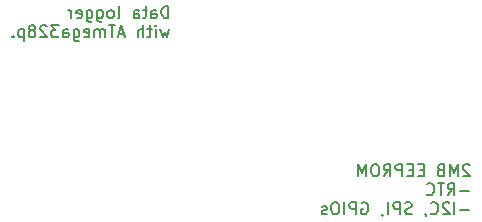
<source format=gbo>
%TF.GenerationSoftware,KiCad,Pcbnew,7.0.5*%
%TF.CreationDate,2024-03-10T11:39:14+05:30*%
%TF.ProjectId,mcu datalogger,6d637520-6461-4746-916c-6f676765722e,1*%
%TF.SameCoordinates,Original*%
%TF.FileFunction,Legend,Bot*%
%TF.FilePolarity,Positive*%
%FSLAX46Y46*%
G04 Gerber Fmt 4.6, Leading zero omitted, Abs format (unit mm)*
G04 Created by KiCad (PCBNEW 7.0.5) date 2024-03-10 11:39:14*
%MOMM*%
%LPD*%
G01*
G04 APERTURE LIST*
%ADD10C,0.150000*%
G04 APERTURE END LIST*
D10*
X113352539Y-105737257D02*
X113304920Y-105689638D01*
X113304920Y-105689638D02*
X113209682Y-105642019D01*
X113209682Y-105642019D02*
X112971587Y-105642019D01*
X112971587Y-105642019D02*
X112876349Y-105689638D01*
X112876349Y-105689638D02*
X112828730Y-105737257D01*
X112828730Y-105737257D02*
X112781111Y-105832495D01*
X112781111Y-105832495D02*
X112781111Y-105927733D01*
X112781111Y-105927733D02*
X112828730Y-106070590D01*
X112828730Y-106070590D02*
X113400158Y-106642019D01*
X113400158Y-106642019D02*
X112781111Y-106642019D01*
X112352539Y-106642019D02*
X112352539Y-105642019D01*
X112352539Y-105642019D02*
X112019206Y-106356304D01*
X112019206Y-106356304D02*
X111685873Y-105642019D01*
X111685873Y-105642019D02*
X111685873Y-106642019D01*
X110876349Y-106118209D02*
X110733492Y-106165828D01*
X110733492Y-106165828D02*
X110685873Y-106213447D01*
X110685873Y-106213447D02*
X110638254Y-106308685D01*
X110638254Y-106308685D02*
X110638254Y-106451542D01*
X110638254Y-106451542D02*
X110685873Y-106546780D01*
X110685873Y-106546780D02*
X110733492Y-106594400D01*
X110733492Y-106594400D02*
X110828730Y-106642019D01*
X110828730Y-106642019D02*
X111209682Y-106642019D01*
X111209682Y-106642019D02*
X111209682Y-105642019D01*
X111209682Y-105642019D02*
X110876349Y-105642019D01*
X110876349Y-105642019D02*
X110781111Y-105689638D01*
X110781111Y-105689638D02*
X110733492Y-105737257D01*
X110733492Y-105737257D02*
X110685873Y-105832495D01*
X110685873Y-105832495D02*
X110685873Y-105927733D01*
X110685873Y-105927733D02*
X110733492Y-106022971D01*
X110733492Y-106022971D02*
X110781111Y-106070590D01*
X110781111Y-106070590D02*
X110876349Y-106118209D01*
X110876349Y-106118209D02*
X111209682Y-106118209D01*
X109447777Y-106118209D02*
X109114444Y-106118209D01*
X108971587Y-106642019D02*
X109447777Y-106642019D01*
X109447777Y-106642019D02*
X109447777Y-105642019D01*
X109447777Y-105642019D02*
X108971587Y-105642019D01*
X108543015Y-106118209D02*
X108209682Y-106118209D01*
X108066825Y-106642019D02*
X108543015Y-106642019D01*
X108543015Y-106642019D02*
X108543015Y-105642019D01*
X108543015Y-105642019D02*
X108066825Y-105642019D01*
X107638253Y-106642019D02*
X107638253Y-105642019D01*
X107638253Y-105642019D02*
X107257301Y-105642019D01*
X107257301Y-105642019D02*
X107162063Y-105689638D01*
X107162063Y-105689638D02*
X107114444Y-105737257D01*
X107114444Y-105737257D02*
X107066825Y-105832495D01*
X107066825Y-105832495D02*
X107066825Y-105975352D01*
X107066825Y-105975352D02*
X107114444Y-106070590D01*
X107114444Y-106070590D02*
X107162063Y-106118209D01*
X107162063Y-106118209D02*
X107257301Y-106165828D01*
X107257301Y-106165828D02*
X107638253Y-106165828D01*
X106066825Y-106642019D02*
X106400158Y-106165828D01*
X106638253Y-106642019D02*
X106638253Y-105642019D01*
X106638253Y-105642019D02*
X106257301Y-105642019D01*
X106257301Y-105642019D02*
X106162063Y-105689638D01*
X106162063Y-105689638D02*
X106114444Y-105737257D01*
X106114444Y-105737257D02*
X106066825Y-105832495D01*
X106066825Y-105832495D02*
X106066825Y-105975352D01*
X106066825Y-105975352D02*
X106114444Y-106070590D01*
X106114444Y-106070590D02*
X106162063Y-106118209D01*
X106162063Y-106118209D02*
X106257301Y-106165828D01*
X106257301Y-106165828D02*
X106638253Y-106165828D01*
X105447777Y-105642019D02*
X105257301Y-105642019D01*
X105257301Y-105642019D02*
X105162063Y-105689638D01*
X105162063Y-105689638D02*
X105066825Y-105784876D01*
X105066825Y-105784876D02*
X105019206Y-105975352D01*
X105019206Y-105975352D02*
X105019206Y-106308685D01*
X105019206Y-106308685D02*
X105066825Y-106499161D01*
X105066825Y-106499161D02*
X105162063Y-106594400D01*
X105162063Y-106594400D02*
X105257301Y-106642019D01*
X105257301Y-106642019D02*
X105447777Y-106642019D01*
X105447777Y-106642019D02*
X105543015Y-106594400D01*
X105543015Y-106594400D02*
X105638253Y-106499161D01*
X105638253Y-106499161D02*
X105685872Y-106308685D01*
X105685872Y-106308685D02*
X105685872Y-105975352D01*
X105685872Y-105975352D02*
X105638253Y-105784876D01*
X105638253Y-105784876D02*
X105543015Y-105689638D01*
X105543015Y-105689638D02*
X105447777Y-105642019D01*
X104590634Y-106642019D02*
X104590634Y-105642019D01*
X104590634Y-105642019D02*
X104257301Y-106356304D01*
X104257301Y-106356304D02*
X103923968Y-105642019D01*
X103923968Y-105642019D02*
X103923968Y-106642019D01*
X113304920Y-107871066D02*
X112543016Y-107871066D01*
X111495397Y-108252019D02*
X111828730Y-107775828D01*
X112066825Y-108252019D02*
X112066825Y-107252019D01*
X112066825Y-107252019D02*
X111685873Y-107252019D01*
X111685873Y-107252019D02*
X111590635Y-107299638D01*
X111590635Y-107299638D02*
X111543016Y-107347257D01*
X111543016Y-107347257D02*
X111495397Y-107442495D01*
X111495397Y-107442495D02*
X111495397Y-107585352D01*
X111495397Y-107585352D02*
X111543016Y-107680590D01*
X111543016Y-107680590D02*
X111590635Y-107728209D01*
X111590635Y-107728209D02*
X111685873Y-107775828D01*
X111685873Y-107775828D02*
X112066825Y-107775828D01*
X111209682Y-107252019D02*
X110638254Y-107252019D01*
X110923968Y-108252019D02*
X110923968Y-107252019D01*
X109733492Y-108156780D02*
X109781111Y-108204400D01*
X109781111Y-108204400D02*
X109923968Y-108252019D01*
X109923968Y-108252019D02*
X110019206Y-108252019D01*
X110019206Y-108252019D02*
X110162063Y-108204400D01*
X110162063Y-108204400D02*
X110257301Y-108109161D01*
X110257301Y-108109161D02*
X110304920Y-108013923D01*
X110304920Y-108013923D02*
X110352539Y-107823447D01*
X110352539Y-107823447D02*
X110352539Y-107680590D01*
X110352539Y-107680590D02*
X110304920Y-107490114D01*
X110304920Y-107490114D02*
X110257301Y-107394876D01*
X110257301Y-107394876D02*
X110162063Y-107299638D01*
X110162063Y-107299638D02*
X110019206Y-107252019D01*
X110019206Y-107252019D02*
X109923968Y-107252019D01*
X109923968Y-107252019D02*
X109781111Y-107299638D01*
X109781111Y-107299638D02*
X109733492Y-107347257D01*
X113304920Y-109481066D02*
X112543016Y-109481066D01*
X112066825Y-109862019D02*
X112066825Y-108862019D01*
X111638254Y-108957257D02*
X111590635Y-108909638D01*
X111590635Y-108909638D02*
X111495397Y-108862019D01*
X111495397Y-108862019D02*
X111257302Y-108862019D01*
X111257302Y-108862019D02*
X111162064Y-108909638D01*
X111162064Y-108909638D02*
X111114445Y-108957257D01*
X111114445Y-108957257D02*
X111066826Y-109052495D01*
X111066826Y-109052495D02*
X111066826Y-109147733D01*
X111066826Y-109147733D02*
X111114445Y-109290590D01*
X111114445Y-109290590D02*
X111685873Y-109862019D01*
X111685873Y-109862019D02*
X111066826Y-109862019D01*
X110066826Y-109766780D02*
X110114445Y-109814400D01*
X110114445Y-109814400D02*
X110257302Y-109862019D01*
X110257302Y-109862019D02*
X110352540Y-109862019D01*
X110352540Y-109862019D02*
X110495397Y-109814400D01*
X110495397Y-109814400D02*
X110590635Y-109719161D01*
X110590635Y-109719161D02*
X110638254Y-109623923D01*
X110638254Y-109623923D02*
X110685873Y-109433447D01*
X110685873Y-109433447D02*
X110685873Y-109290590D01*
X110685873Y-109290590D02*
X110638254Y-109100114D01*
X110638254Y-109100114D02*
X110590635Y-109004876D01*
X110590635Y-109004876D02*
X110495397Y-108909638D01*
X110495397Y-108909638D02*
X110352540Y-108862019D01*
X110352540Y-108862019D02*
X110257302Y-108862019D01*
X110257302Y-108862019D02*
X110114445Y-108909638D01*
X110114445Y-108909638D02*
X110066826Y-108957257D01*
X109590635Y-109814400D02*
X109590635Y-109862019D01*
X109590635Y-109862019D02*
X109638254Y-109957257D01*
X109638254Y-109957257D02*
X109685873Y-110004876D01*
X108447778Y-109814400D02*
X108304921Y-109862019D01*
X108304921Y-109862019D02*
X108066826Y-109862019D01*
X108066826Y-109862019D02*
X107971588Y-109814400D01*
X107971588Y-109814400D02*
X107923969Y-109766780D01*
X107923969Y-109766780D02*
X107876350Y-109671542D01*
X107876350Y-109671542D02*
X107876350Y-109576304D01*
X107876350Y-109576304D02*
X107923969Y-109481066D01*
X107923969Y-109481066D02*
X107971588Y-109433447D01*
X107971588Y-109433447D02*
X108066826Y-109385828D01*
X108066826Y-109385828D02*
X108257302Y-109338209D01*
X108257302Y-109338209D02*
X108352540Y-109290590D01*
X108352540Y-109290590D02*
X108400159Y-109242971D01*
X108400159Y-109242971D02*
X108447778Y-109147733D01*
X108447778Y-109147733D02*
X108447778Y-109052495D01*
X108447778Y-109052495D02*
X108400159Y-108957257D01*
X108400159Y-108957257D02*
X108352540Y-108909638D01*
X108352540Y-108909638D02*
X108257302Y-108862019D01*
X108257302Y-108862019D02*
X108019207Y-108862019D01*
X108019207Y-108862019D02*
X107876350Y-108909638D01*
X107447778Y-109862019D02*
X107447778Y-108862019D01*
X107447778Y-108862019D02*
X107066826Y-108862019D01*
X107066826Y-108862019D02*
X106971588Y-108909638D01*
X106971588Y-108909638D02*
X106923969Y-108957257D01*
X106923969Y-108957257D02*
X106876350Y-109052495D01*
X106876350Y-109052495D02*
X106876350Y-109195352D01*
X106876350Y-109195352D02*
X106923969Y-109290590D01*
X106923969Y-109290590D02*
X106971588Y-109338209D01*
X106971588Y-109338209D02*
X107066826Y-109385828D01*
X107066826Y-109385828D02*
X107447778Y-109385828D01*
X106447778Y-109862019D02*
X106447778Y-108862019D01*
X105923969Y-109814400D02*
X105923969Y-109862019D01*
X105923969Y-109862019D02*
X105971588Y-109957257D01*
X105971588Y-109957257D02*
X106019207Y-110004876D01*
X104209684Y-108909638D02*
X104304922Y-108862019D01*
X104304922Y-108862019D02*
X104447779Y-108862019D01*
X104447779Y-108862019D02*
X104590636Y-108909638D01*
X104590636Y-108909638D02*
X104685874Y-109004876D01*
X104685874Y-109004876D02*
X104733493Y-109100114D01*
X104733493Y-109100114D02*
X104781112Y-109290590D01*
X104781112Y-109290590D02*
X104781112Y-109433447D01*
X104781112Y-109433447D02*
X104733493Y-109623923D01*
X104733493Y-109623923D02*
X104685874Y-109719161D01*
X104685874Y-109719161D02*
X104590636Y-109814400D01*
X104590636Y-109814400D02*
X104447779Y-109862019D01*
X104447779Y-109862019D02*
X104352541Y-109862019D01*
X104352541Y-109862019D02*
X104209684Y-109814400D01*
X104209684Y-109814400D02*
X104162065Y-109766780D01*
X104162065Y-109766780D02*
X104162065Y-109433447D01*
X104162065Y-109433447D02*
X104352541Y-109433447D01*
X103733493Y-109862019D02*
X103733493Y-108862019D01*
X103733493Y-108862019D02*
X103352541Y-108862019D01*
X103352541Y-108862019D02*
X103257303Y-108909638D01*
X103257303Y-108909638D02*
X103209684Y-108957257D01*
X103209684Y-108957257D02*
X103162065Y-109052495D01*
X103162065Y-109052495D02*
X103162065Y-109195352D01*
X103162065Y-109195352D02*
X103209684Y-109290590D01*
X103209684Y-109290590D02*
X103257303Y-109338209D01*
X103257303Y-109338209D02*
X103352541Y-109385828D01*
X103352541Y-109385828D02*
X103733493Y-109385828D01*
X102733493Y-109862019D02*
X102733493Y-108862019D01*
X102066827Y-108862019D02*
X101876351Y-108862019D01*
X101876351Y-108862019D02*
X101781113Y-108909638D01*
X101781113Y-108909638D02*
X101685875Y-109004876D01*
X101685875Y-109004876D02*
X101638256Y-109195352D01*
X101638256Y-109195352D02*
X101638256Y-109528685D01*
X101638256Y-109528685D02*
X101685875Y-109719161D01*
X101685875Y-109719161D02*
X101781113Y-109814400D01*
X101781113Y-109814400D02*
X101876351Y-109862019D01*
X101876351Y-109862019D02*
X102066827Y-109862019D01*
X102066827Y-109862019D02*
X102162065Y-109814400D01*
X102162065Y-109814400D02*
X102257303Y-109719161D01*
X102257303Y-109719161D02*
X102304922Y-109528685D01*
X102304922Y-109528685D02*
X102304922Y-109195352D01*
X102304922Y-109195352D02*
X102257303Y-109004876D01*
X102257303Y-109004876D02*
X102162065Y-108909638D01*
X102162065Y-108909638D02*
X102066827Y-108862019D01*
X101257303Y-109814400D02*
X101162065Y-109862019D01*
X101162065Y-109862019D02*
X100971589Y-109862019D01*
X100971589Y-109862019D02*
X100876351Y-109814400D01*
X100876351Y-109814400D02*
X100828732Y-109719161D01*
X100828732Y-109719161D02*
X100828732Y-109671542D01*
X100828732Y-109671542D02*
X100876351Y-109576304D01*
X100876351Y-109576304D02*
X100971589Y-109528685D01*
X100971589Y-109528685D02*
X101114446Y-109528685D01*
X101114446Y-109528685D02*
X101209684Y-109481066D01*
X101209684Y-109481066D02*
X101257303Y-109385828D01*
X101257303Y-109385828D02*
X101257303Y-109338209D01*
X101257303Y-109338209D02*
X101209684Y-109242971D01*
X101209684Y-109242971D02*
X101114446Y-109195352D01*
X101114446Y-109195352D02*
X100971589Y-109195352D01*
X100971589Y-109195352D02*
X100876351Y-109242971D01*
X87828720Y-93266019D02*
X87828720Y-92266019D01*
X87828720Y-92266019D02*
X87590625Y-92266019D01*
X87590625Y-92266019D02*
X87447768Y-92313638D01*
X87447768Y-92313638D02*
X87352530Y-92408876D01*
X87352530Y-92408876D02*
X87304911Y-92504114D01*
X87304911Y-92504114D02*
X87257292Y-92694590D01*
X87257292Y-92694590D02*
X87257292Y-92837447D01*
X87257292Y-92837447D02*
X87304911Y-93027923D01*
X87304911Y-93027923D02*
X87352530Y-93123161D01*
X87352530Y-93123161D02*
X87447768Y-93218400D01*
X87447768Y-93218400D02*
X87590625Y-93266019D01*
X87590625Y-93266019D02*
X87828720Y-93266019D01*
X86400149Y-93266019D02*
X86400149Y-92742209D01*
X86400149Y-92742209D02*
X86447768Y-92646971D01*
X86447768Y-92646971D02*
X86543006Y-92599352D01*
X86543006Y-92599352D02*
X86733482Y-92599352D01*
X86733482Y-92599352D02*
X86828720Y-92646971D01*
X86400149Y-93218400D02*
X86495387Y-93266019D01*
X86495387Y-93266019D02*
X86733482Y-93266019D01*
X86733482Y-93266019D02*
X86828720Y-93218400D01*
X86828720Y-93218400D02*
X86876339Y-93123161D01*
X86876339Y-93123161D02*
X86876339Y-93027923D01*
X86876339Y-93027923D02*
X86828720Y-92932685D01*
X86828720Y-92932685D02*
X86733482Y-92885066D01*
X86733482Y-92885066D02*
X86495387Y-92885066D01*
X86495387Y-92885066D02*
X86400149Y-92837447D01*
X86066815Y-92599352D02*
X85685863Y-92599352D01*
X85923958Y-92266019D02*
X85923958Y-93123161D01*
X85923958Y-93123161D02*
X85876339Y-93218400D01*
X85876339Y-93218400D02*
X85781101Y-93266019D01*
X85781101Y-93266019D02*
X85685863Y-93266019D01*
X84923958Y-93266019D02*
X84923958Y-92742209D01*
X84923958Y-92742209D02*
X84971577Y-92646971D01*
X84971577Y-92646971D02*
X85066815Y-92599352D01*
X85066815Y-92599352D02*
X85257291Y-92599352D01*
X85257291Y-92599352D02*
X85352529Y-92646971D01*
X84923958Y-93218400D02*
X85019196Y-93266019D01*
X85019196Y-93266019D02*
X85257291Y-93266019D01*
X85257291Y-93266019D02*
X85352529Y-93218400D01*
X85352529Y-93218400D02*
X85400148Y-93123161D01*
X85400148Y-93123161D02*
X85400148Y-93027923D01*
X85400148Y-93027923D02*
X85352529Y-92932685D01*
X85352529Y-92932685D02*
X85257291Y-92885066D01*
X85257291Y-92885066D02*
X85019196Y-92885066D01*
X85019196Y-92885066D02*
X84923958Y-92837447D01*
X83543005Y-93266019D02*
X83638243Y-93218400D01*
X83638243Y-93218400D02*
X83685862Y-93123161D01*
X83685862Y-93123161D02*
X83685862Y-92266019D01*
X83019195Y-93266019D02*
X83114433Y-93218400D01*
X83114433Y-93218400D02*
X83162052Y-93170780D01*
X83162052Y-93170780D02*
X83209671Y-93075542D01*
X83209671Y-93075542D02*
X83209671Y-92789828D01*
X83209671Y-92789828D02*
X83162052Y-92694590D01*
X83162052Y-92694590D02*
X83114433Y-92646971D01*
X83114433Y-92646971D02*
X83019195Y-92599352D01*
X83019195Y-92599352D02*
X82876338Y-92599352D01*
X82876338Y-92599352D02*
X82781100Y-92646971D01*
X82781100Y-92646971D02*
X82733481Y-92694590D01*
X82733481Y-92694590D02*
X82685862Y-92789828D01*
X82685862Y-92789828D02*
X82685862Y-93075542D01*
X82685862Y-93075542D02*
X82733481Y-93170780D01*
X82733481Y-93170780D02*
X82781100Y-93218400D01*
X82781100Y-93218400D02*
X82876338Y-93266019D01*
X82876338Y-93266019D02*
X83019195Y-93266019D01*
X81828719Y-92599352D02*
X81828719Y-93408876D01*
X81828719Y-93408876D02*
X81876338Y-93504114D01*
X81876338Y-93504114D02*
X81923957Y-93551733D01*
X81923957Y-93551733D02*
X82019195Y-93599352D01*
X82019195Y-93599352D02*
X82162052Y-93599352D01*
X82162052Y-93599352D02*
X82257290Y-93551733D01*
X81828719Y-93218400D02*
X81923957Y-93266019D01*
X81923957Y-93266019D02*
X82114433Y-93266019D01*
X82114433Y-93266019D02*
X82209671Y-93218400D01*
X82209671Y-93218400D02*
X82257290Y-93170780D01*
X82257290Y-93170780D02*
X82304909Y-93075542D01*
X82304909Y-93075542D02*
X82304909Y-92789828D01*
X82304909Y-92789828D02*
X82257290Y-92694590D01*
X82257290Y-92694590D02*
X82209671Y-92646971D01*
X82209671Y-92646971D02*
X82114433Y-92599352D01*
X82114433Y-92599352D02*
X81923957Y-92599352D01*
X81923957Y-92599352D02*
X81828719Y-92646971D01*
X80923957Y-92599352D02*
X80923957Y-93408876D01*
X80923957Y-93408876D02*
X80971576Y-93504114D01*
X80971576Y-93504114D02*
X81019195Y-93551733D01*
X81019195Y-93551733D02*
X81114433Y-93599352D01*
X81114433Y-93599352D02*
X81257290Y-93599352D01*
X81257290Y-93599352D02*
X81352528Y-93551733D01*
X80923957Y-93218400D02*
X81019195Y-93266019D01*
X81019195Y-93266019D02*
X81209671Y-93266019D01*
X81209671Y-93266019D02*
X81304909Y-93218400D01*
X81304909Y-93218400D02*
X81352528Y-93170780D01*
X81352528Y-93170780D02*
X81400147Y-93075542D01*
X81400147Y-93075542D02*
X81400147Y-92789828D01*
X81400147Y-92789828D02*
X81352528Y-92694590D01*
X81352528Y-92694590D02*
X81304909Y-92646971D01*
X81304909Y-92646971D02*
X81209671Y-92599352D01*
X81209671Y-92599352D02*
X81019195Y-92599352D01*
X81019195Y-92599352D02*
X80923957Y-92646971D01*
X80066814Y-93218400D02*
X80162052Y-93266019D01*
X80162052Y-93266019D02*
X80352528Y-93266019D01*
X80352528Y-93266019D02*
X80447766Y-93218400D01*
X80447766Y-93218400D02*
X80495385Y-93123161D01*
X80495385Y-93123161D02*
X80495385Y-92742209D01*
X80495385Y-92742209D02*
X80447766Y-92646971D01*
X80447766Y-92646971D02*
X80352528Y-92599352D01*
X80352528Y-92599352D02*
X80162052Y-92599352D01*
X80162052Y-92599352D02*
X80066814Y-92646971D01*
X80066814Y-92646971D02*
X80019195Y-92742209D01*
X80019195Y-92742209D02*
X80019195Y-92837447D01*
X80019195Y-92837447D02*
X80495385Y-92932685D01*
X79590623Y-93266019D02*
X79590623Y-92599352D01*
X79590623Y-92789828D02*
X79543004Y-92694590D01*
X79543004Y-92694590D02*
X79495385Y-92646971D01*
X79495385Y-92646971D02*
X79400147Y-92599352D01*
X79400147Y-92599352D02*
X79304909Y-92599352D01*
X87923958Y-94209352D02*
X87733482Y-94876019D01*
X87733482Y-94876019D02*
X87543006Y-94399828D01*
X87543006Y-94399828D02*
X87352530Y-94876019D01*
X87352530Y-94876019D02*
X87162054Y-94209352D01*
X86781101Y-94876019D02*
X86781101Y-94209352D01*
X86781101Y-93876019D02*
X86828720Y-93923638D01*
X86828720Y-93923638D02*
X86781101Y-93971257D01*
X86781101Y-93971257D02*
X86733482Y-93923638D01*
X86733482Y-93923638D02*
X86781101Y-93876019D01*
X86781101Y-93876019D02*
X86781101Y-93971257D01*
X86447768Y-94209352D02*
X86066816Y-94209352D01*
X86304911Y-93876019D02*
X86304911Y-94733161D01*
X86304911Y-94733161D02*
X86257292Y-94828400D01*
X86257292Y-94828400D02*
X86162054Y-94876019D01*
X86162054Y-94876019D02*
X86066816Y-94876019D01*
X85733482Y-94876019D02*
X85733482Y-93876019D01*
X85304911Y-94876019D02*
X85304911Y-94352209D01*
X85304911Y-94352209D02*
X85352530Y-94256971D01*
X85352530Y-94256971D02*
X85447768Y-94209352D01*
X85447768Y-94209352D02*
X85590625Y-94209352D01*
X85590625Y-94209352D02*
X85685863Y-94256971D01*
X85685863Y-94256971D02*
X85733482Y-94304590D01*
X84114434Y-94590304D02*
X83638244Y-94590304D01*
X84209672Y-94876019D02*
X83876339Y-93876019D01*
X83876339Y-93876019D02*
X83543006Y-94876019D01*
X83352529Y-93876019D02*
X82781101Y-93876019D01*
X83066815Y-94876019D02*
X83066815Y-93876019D01*
X82447767Y-94876019D02*
X82447767Y-94209352D01*
X82447767Y-94304590D02*
X82400148Y-94256971D01*
X82400148Y-94256971D02*
X82304910Y-94209352D01*
X82304910Y-94209352D02*
X82162053Y-94209352D01*
X82162053Y-94209352D02*
X82066815Y-94256971D01*
X82066815Y-94256971D02*
X82019196Y-94352209D01*
X82019196Y-94352209D02*
X82019196Y-94876019D01*
X82019196Y-94352209D02*
X81971577Y-94256971D01*
X81971577Y-94256971D02*
X81876339Y-94209352D01*
X81876339Y-94209352D02*
X81733482Y-94209352D01*
X81733482Y-94209352D02*
X81638243Y-94256971D01*
X81638243Y-94256971D02*
X81590624Y-94352209D01*
X81590624Y-94352209D02*
X81590624Y-94876019D01*
X80733482Y-94828400D02*
X80828720Y-94876019D01*
X80828720Y-94876019D02*
X81019196Y-94876019D01*
X81019196Y-94876019D02*
X81114434Y-94828400D01*
X81114434Y-94828400D02*
X81162053Y-94733161D01*
X81162053Y-94733161D02*
X81162053Y-94352209D01*
X81162053Y-94352209D02*
X81114434Y-94256971D01*
X81114434Y-94256971D02*
X81019196Y-94209352D01*
X81019196Y-94209352D02*
X80828720Y-94209352D01*
X80828720Y-94209352D02*
X80733482Y-94256971D01*
X80733482Y-94256971D02*
X80685863Y-94352209D01*
X80685863Y-94352209D02*
X80685863Y-94447447D01*
X80685863Y-94447447D02*
X81162053Y-94542685D01*
X79828720Y-94209352D02*
X79828720Y-95018876D01*
X79828720Y-95018876D02*
X79876339Y-95114114D01*
X79876339Y-95114114D02*
X79923958Y-95161733D01*
X79923958Y-95161733D02*
X80019196Y-95209352D01*
X80019196Y-95209352D02*
X80162053Y-95209352D01*
X80162053Y-95209352D02*
X80257291Y-95161733D01*
X79828720Y-94828400D02*
X79923958Y-94876019D01*
X79923958Y-94876019D02*
X80114434Y-94876019D01*
X80114434Y-94876019D02*
X80209672Y-94828400D01*
X80209672Y-94828400D02*
X80257291Y-94780780D01*
X80257291Y-94780780D02*
X80304910Y-94685542D01*
X80304910Y-94685542D02*
X80304910Y-94399828D01*
X80304910Y-94399828D02*
X80257291Y-94304590D01*
X80257291Y-94304590D02*
X80209672Y-94256971D01*
X80209672Y-94256971D02*
X80114434Y-94209352D01*
X80114434Y-94209352D02*
X79923958Y-94209352D01*
X79923958Y-94209352D02*
X79828720Y-94256971D01*
X78923958Y-94876019D02*
X78923958Y-94352209D01*
X78923958Y-94352209D02*
X78971577Y-94256971D01*
X78971577Y-94256971D02*
X79066815Y-94209352D01*
X79066815Y-94209352D02*
X79257291Y-94209352D01*
X79257291Y-94209352D02*
X79352529Y-94256971D01*
X78923958Y-94828400D02*
X79019196Y-94876019D01*
X79019196Y-94876019D02*
X79257291Y-94876019D01*
X79257291Y-94876019D02*
X79352529Y-94828400D01*
X79352529Y-94828400D02*
X79400148Y-94733161D01*
X79400148Y-94733161D02*
X79400148Y-94637923D01*
X79400148Y-94637923D02*
X79352529Y-94542685D01*
X79352529Y-94542685D02*
X79257291Y-94495066D01*
X79257291Y-94495066D02*
X79019196Y-94495066D01*
X79019196Y-94495066D02*
X78923958Y-94447447D01*
X78543005Y-93876019D02*
X77923958Y-93876019D01*
X77923958Y-93876019D02*
X78257291Y-94256971D01*
X78257291Y-94256971D02*
X78114434Y-94256971D01*
X78114434Y-94256971D02*
X78019196Y-94304590D01*
X78019196Y-94304590D02*
X77971577Y-94352209D01*
X77971577Y-94352209D02*
X77923958Y-94447447D01*
X77923958Y-94447447D02*
X77923958Y-94685542D01*
X77923958Y-94685542D02*
X77971577Y-94780780D01*
X77971577Y-94780780D02*
X78019196Y-94828400D01*
X78019196Y-94828400D02*
X78114434Y-94876019D01*
X78114434Y-94876019D02*
X78400148Y-94876019D01*
X78400148Y-94876019D02*
X78495386Y-94828400D01*
X78495386Y-94828400D02*
X78543005Y-94780780D01*
X77543005Y-93971257D02*
X77495386Y-93923638D01*
X77495386Y-93923638D02*
X77400148Y-93876019D01*
X77400148Y-93876019D02*
X77162053Y-93876019D01*
X77162053Y-93876019D02*
X77066815Y-93923638D01*
X77066815Y-93923638D02*
X77019196Y-93971257D01*
X77019196Y-93971257D02*
X76971577Y-94066495D01*
X76971577Y-94066495D02*
X76971577Y-94161733D01*
X76971577Y-94161733D02*
X77019196Y-94304590D01*
X77019196Y-94304590D02*
X77590624Y-94876019D01*
X77590624Y-94876019D02*
X76971577Y-94876019D01*
X76400148Y-94304590D02*
X76495386Y-94256971D01*
X76495386Y-94256971D02*
X76543005Y-94209352D01*
X76543005Y-94209352D02*
X76590624Y-94114114D01*
X76590624Y-94114114D02*
X76590624Y-94066495D01*
X76590624Y-94066495D02*
X76543005Y-93971257D01*
X76543005Y-93971257D02*
X76495386Y-93923638D01*
X76495386Y-93923638D02*
X76400148Y-93876019D01*
X76400148Y-93876019D02*
X76209672Y-93876019D01*
X76209672Y-93876019D02*
X76114434Y-93923638D01*
X76114434Y-93923638D02*
X76066815Y-93971257D01*
X76066815Y-93971257D02*
X76019196Y-94066495D01*
X76019196Y-94066495D02*
X76019196Y-94114114D01*
X76019196Y-94114114D02*
X76066815Y-94209352D01*
X76066815Y-94209352D02*
X76114434Y-94256971D01*
X76114434Y-94256971D02*
X76209672Y-94304590D01*
X76209672Y-94304590D02*
X76400148Y-94304590D01*
X76400148Y-94304590D02*
X76495386Y-94352209D01*
X76495386Y-94352209D02*
X76543005Y-94399828D01*
X76543005Y-94399828D02*
X76590624Y-94495066D01*
X76590624Y-94495066D02*
X76590624Y-94685542D01*
X76590624Y-94685542D02*
X76543005Y-94780780D01*
X76543005Y-94780780D02*
X76495386Y-94828400D01*
X76495386Y-94828400D02*
X76400148Y-94876019D01*
X76400148Y-94876019D02*
X76209672Y-94876019D01*
X76209672Y-94876019D02*
X76114434Y-94828400D01*
X76114434Y-94828400D02*
X76066815Y-94780780D01*
X76066815Y-94780780D02*
X76019196Y-94685542D01*
X76019196Y-94685542D02*
X76019196Y-94495066D01*
X76019196Y-94495066D02*
X76066815Y-94399828D01*
X76066815Y-94399828D02*
X76114434Y-94352209D01*
X76114434Y-94352209D02*
X76209672Y-94304590D01*
X75590624Y-94209352D02*
X75590624Y-95209352D01*
X75590624Y-94256971D02*
X75495386Y-94209352D01*
X75495386Y-94209352D02*
X75304910Y-94209352D01*
X75304910Y-94209352D02*
X75209672Y-94256971D01*
X75209672Y-94256971D02*
X75162053Y-94304590D01*
X75162053Y-94304590D02*
X75114434Y-94399828D01*
X75114434Y-94399828D02*
X75114434Y-94685542D01*
X75114434Y-94685542D02*
X75162053Y-94780780D01*
X75162053Y-94780780D02*
X75209672Y-94828400D01*
X75209672Y-94828400D02*
X75304910Y-94876019D01*
X75304910Y-94876019D02*
X75495386Y-94876019D01*
X75495386Y-94876019D02*
X75590624Y-94828400D01*
X74685862Y-94780780D02*
X74638243Y-94828400D01*
X74638243Y-94828400D02*
X74685862Y-94876019D01*
X74685862Y-94876019D02*
X74733481Y-94828400D01*
X74733481Y-94828400D02*
X74685862Y-94780780D01*
X74685862Y-94780780D02*
X74685862Y-94876019D01*
M02*

</source>
